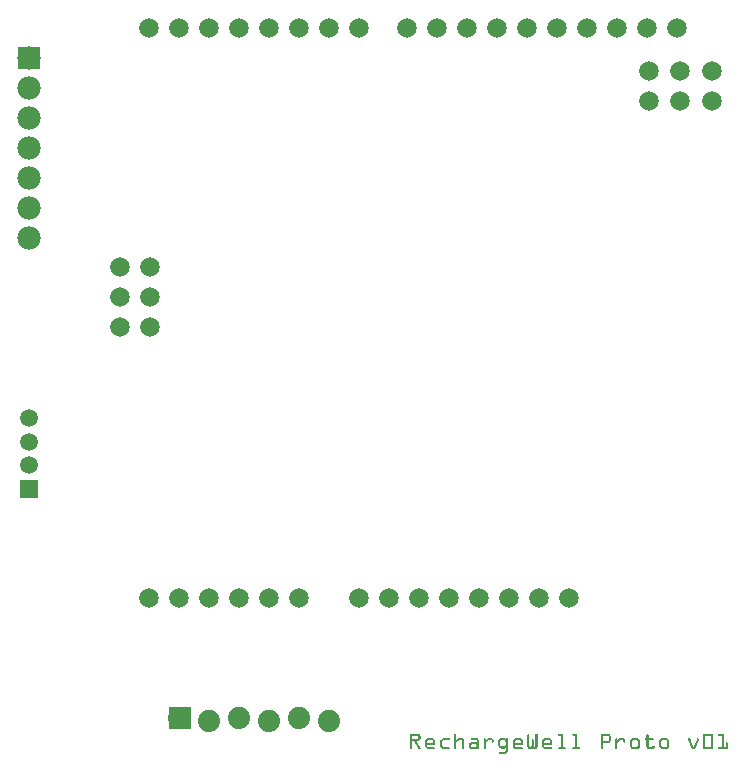
<source format=gtl>
G04 MADE WITH FRITZING*
G04 WWW.FRITZING.ORG*
G04 DOUBLE SIDED*
G04 HOLES PLATED*
G04 CONTOUR ON CENTER OF CONTOUR VECTOR*
%ASAXBY*%
%FSLAX23Y23*%
%MOIN*%
%OFA0B0*%
%SFA1.0B1.0*%
%ADD10C,0.074000*%
%ADD11C,0.059200*%
%ADD12C,0.078000*%
%ADD13C,0.065278*%
%ADD14R,0.059200X0.059200*%
%ADD15R,0.078000X0.078000*%
%ADD16R,0.001000X0.001000*%
%LNCOPPER1*%
G90*
G70*
G54D10*
X722Y145D03*
X822Y135D03*
X922Y145D03*
X1022Y135D03*
X1122Y145D03*
X1222Y135D03*
X722Y145D03*
X822Y135D03*
X922Y145D03*
X1022Y135D03*
X1122Y145D03*
X1222Y135D03*
G54D11*
X222Y908D03*
X222Y1145D03*
X222Y1066D03*
X222Y987D03*
G54D12*
X222Y2345D03*
X222Y2245D03*
X222Y2145D03*
X222Y2045D03*
X222Y1945D03*
X222Y1845D03*
X222Y1745D03*
G54D13*
X1022Y545D03*
X922Y545D03*
X822Y545D03*
X722Y545D03*
X622Y545D03*
X1482Y2445D03*
X1582Y2445D03*
X1682Y2445D03*
X1782Y2445D03*
X1882Y2445D03*
X1982Y2445D03*
X2082Y2445D03*
X2182Y2445D03*
X2282Y2445D03*
X2382Y2445D03*
X622Y2445D03*
X722Y2445D03*
X822Y2445D03*
X922Y2445D03*
X1022Y2445D03*
X1122Y2445D03*
X1222Y2445D03*
X1322Y2445D03*
X1922Y545D03*
X2022Y545D03*
X1822Y545D03*
X1722Y545D03*
X1622Y545D03*
X1522Y545D03*
X1422Y545D03*
X1322Y545D03*
X1122Y545D03*
X524Y1647D03*
X624Y1647D03*
X524Y1548D03*
X624Y1548D03*
X524Y1449D03*
X624Y1449D03*
X2392Y2302D03*
X2392Y2202D03*
X2288Y2302D03*
X2288Y2202D03*
X2496Y2302D03*
X2496Y2202D03*
X1022Y545D03*
X922Y545D03*
X822Y545D03*
X722Y545D03*
X622Y545D03*
X1482Y2445D03*
X1582Y2445D03*
X1682Y2445D03*
X1782Y2445D03*
X1882Y2445D03*
X1982Y2445D03*
X2082Y2445D03*
X2182Y2445D03*
X2282Y2445D03*
X2382Y2445D03*
X622Y2445D03*
X722Y2445D03*
X822Y2445D03*
X922Y2445D03*
X1022Y2445D03*
X1122Y2445D03*
X1222Y2445D03*
X1322Y2445D03*
X1922Y545D03*
X2022Y545D03*
X1822Y545D03*
X1722Y545D03*
X1622Y545D03*
X1522Y545D03*
X1422Y545D03*
X1322Y545D03*
X1122Y545D03*
X524Y1647D03*
X624Y1647D03*
X524Y1548D03*
X624Y1548D03*
X524Y1449D03*
X624Y1449D03*
X2392Y2302D03*
X2392Y2202D03*
X2288Y2302D03*
X2288Y2202D03*
X2496Y2302D03*
X2496Y2202D03*
G54D14*
X222Y908D03*
G54D15*
X222Y2345D03*
G54D16*
X687Y182D02*
X759Y182D01*
X686Y181D02*
X759Y181D01*
X686Y180D02*
X759Y180D01*
X686Y179D02*
X759Y179D01*
X686Y178D02*
X759Y178D01*
X686Y177D02*
X759Y177D01*
X686Y176D02*
X759Y176D01*
X686Y175D02*
X759Y175D01*
X686Y174D02*
X759Y174D01*
X686Y173D02*
X759Y173D01*
X686Y172D02*
X759Y172D01*
X686Y171D02*
X759Y171D01*
X686Y170D02*
X759Y170D01*
X686Y169D02*
X759Y169D01*
X686Y168D02*
X759Y168D01*
X686Y167D02*
X759Y167D01*
X686Y166D02*
X759Y166D01*
X686Y165D02*
X721Y165D01*
X725Y165D02*
X759Y165D01*
X686Y164D02*
X716Y164D01*
X730Y164D02*
X759Y164D01*
X686Y163D02*
X713Y163D01*
X732Y163D02*
X759Y163D01*
X686Y162D02*
X712Y162D01*
X734Y162D02*
X759Y162D01*
X686Y161D02*
X710Y161D01*
X735Y161D02*
X759Y161D01*
X686Y160D02*
X709Y160D01*
X737Y160D02*
X759Y160D01*
X686Y159D02*
X708Y159D01*
X738Y159D02*
X759Y159D01*
X686Y158D02*
X707Y158D01*
X738Y158D02*
X759Y158D01*
X686Y157D02*
X706Y157D01*
X739Y157D02*
X759Y157D01*
X686Y156D02*
X706Y156D01*
X740Y156D02*
X759Y156D01*
X686Y155D02*
X705Y155D01*
X741Y155D02*
X759Y155D01*
X686Y154D02*
X704Y154D01*
X741Y154D02*
X759Y154D01*
X686Y153D02*
X704Y153D01*
X742Y153D02*
X759Y153D01*
X686Y152D02*
X704Y152D01*
X742Y152D02*
X759Y152D01*
X686Y151D02*
X703Y151D01*
X742Y151D02*
X759Y151D01*
X686Y150D02*
X703Y150D01*
X743Y150D02*
X759Y150D01*
X686Y149D02*
X703Y149D01*
X743Y149D02*
X759Y149D01*
X686Y148D02*
X703Y148D01*
X743Y148D02*
X759Y148D01*
X686Y147D02*
X702Y147D01*
X743Y147D02*
X759Y147D01*
X686Y146D02*
X702Y146D01*
X743Y146D02*
X759Y146D01*
X686Y145D02*
X702Y145D01*
X743Y145D02*
X759Y145D01*
X686Y144D02*
X702Y144D01*
X743Y144D02*
X759Y144D01*
X686Y143D02*
X703Y143D01*
X743Y143D02*
X759Y143D01*
X686Y142D02*
X703Y142D01*
X743Y142D02*
X759Y142D01*
X686Y141D02*
X703Y141D01*
X743Y141D02*
X759Y141D01*
X686Y140D02*
X703Y140D01*
X743Y140D02*
X759Y140D01*
X686Y139D02*
X703Y139D01*
X742Y139D02*
X759Y139D01*
X686Y138D02*
X704Y138D01*
X742Y138D02*
X759Y138D01*
X686Y137D02*
X704Y137D01*
X742Y137D02*
X759Y137D01*
X686Y136D02*
X705Y136D01*
X741Y136D02*
X759Y136D01*
X686Y135D02*
X705Y135D01*
X740Y135D02*
X759Y135D01*
X686Y134D02*
X706Y134D01*
X740Y134D02*
X759Y134D01*
X686Y133D02*
X707Y133D01*
X739Y133D02*
X759Y133D01*
X686Y132D02*
X707Y132D01*
X738Y132D02*
X759Y132D01*
X686Y131D02*
X708Y131D01*
X737Y131D02*
X759Y131D01*
X686Y130D02*
X709Y130D01*
X736Y130D02*
X759Y130D01*
X686Y129D02*
X711Y129D01*
X735Y129D02*
X759Y129D01*
X686Y128D02*
X712Y128D01*
X733Y128D02*
X759Y128D01*
X686Y127D02*
X714Y127D01*
X732Y127D02*
X759Y127D01*
X686Y126D02*
X717Y126D01*
X729Y126D02*
X759Y126D01*
X686Y125D02*
X759Y125D01*
X686Y124D02*
X759Y124D01*
X686Y123D02*
X759Y123D01*
X686Y122D02*
X759Y122D01*
X686Y121D02*
X759Y121D01*
X686Y120D02*
X759Y120D01*
X686Y119D02*
X759Y119D01*
X686Y118D02*
X759Y118D01*
X686Y117D02*
X759Y117D01*
X686Y116D02*
X759Y116D01*
X686Y115D02*
X759Y115D01*
X686Y114D02*
X759Y114D01*
X686Y113D02*
X759Y113D01*
X686Y112D02*
X759Y112D01*
X686Y111D02*
X759Y111D01*
X686Y110D02*
X759Y110D01*
X686Y109D02*
X759Y109D01*
X1493Y93D02*
X1515Y93D01*
X1912Y93D02*
X1912Y93D01*
X1986Y93D02*
X1996Y93D01*
X2035Y93D02*
X2045Y93D01*
X2127Y93D02*
X2149Y93D01*
X2474Y93D02*
X2494Y93D01*
X2520Y93D02*
X2535Y93D01*
X1492Y92D02*
X1519Y92D01*
X1640Y92D02*
X1643Y92D01*
X1883Y92D02*
X1887Y92D01*
X1910Y92D02*
X1914Y92D01*
X1984Y92D02*
X1998Y92D01*
X2033Y92D02*
X2047Y92D01*
X2126Y92D02*
X2153Y92D01*
X2471Y92D02*
X2497Y92D01*
X2518Y92D02*
X2536Y92D01*
X1492Y91D02*
X1521Y91D01*
X1639Y91D02*
X1644Y91D01*
X1883Y91D02*
X1888Y91D01*
X1910Y91D02*
X1915Y91D01*
X1984Y91D02*
X1999Y91D01*
X2032Y91D02*
X2048Y91D01*
X2126Y91D02*
X2155Y91D01*
X2470Y91D02*
X2498Y91D01*
X2517Y91D02*
X2536Y91D01*
X1492Y90D02*
X1522Y90D01*
X1639Y90D02*
X1644Y90D01*
X1883Y90D02*
X1888Y90D01*
X1909Y90D02*
X1915Y90D01*
X1983Y90D02*
X1999Y90D01*
X2032Y90D02*
X2048Y90D01*
X2126Y90D02*
X2156Y90D01*
X2282Y90D02*
X2283Y90D01*
X2469Y90D02*
X2499Y90D01*
X2517Y90D02*
X2536Y90D01*
X1492Y89D02*
X1523Y89D01*
X1639Y89D02*
X1644Y89D01*
X1882Y89D02*
X1888Y89D01*
X1909Y89D02*
X1915Y89D01*
X1983Y89D02*
X1999Y89D01*
X2032Y89D02*
X2048Y89D01*
X2126Y89D02*
X2157Y89D01*
X2280Y89D02*
X2284Y89D01*
X2468Y89D02*
X2500Y89D01*
X2517Y89D02*
X2536Y89D01*
X1492Y88D02*
X1523Y88D01*
X1639Y88D02*
X1644Y88D01*
X1882Y88D02*
X1888Y88D01*
X1909Y88D02*
X1915Y88D01*
X1984Y88D02*
X1999Y88D01*
X2033Y88D02*
X2048Y88D01*
X2126Y88D02*
X2158Y88D01*
X2280Y88D02*
X2285Y88D01*
X2468Y88D02*
X2500Y88D01*
X2517Y88D02*
X2536Y88D01*
X1492Y87D02*
X1524Y87D01*
X1639Y87D02*
X1644Y87D01*
X1882Y87D02*
X1888Y87D01*
X1909Y87D02*
X1915Y87D01*
X1985Y87D02*
X1999Y87D01*
X2033Y87D02*
X2048Y87D01*
X2126Y87D02*
X2158Y87D01*
X2279Y87D02*
X2285Y87D01*
X2468Y87D02*
X2500Y87D01*
X2518Y87D02*
X2536Y87D01*
X1492Y86D02*
X1498Y86D01*
X1517Y86D02*
X1524Y86D01*
X1639Y86D02*
X1644Y86D01*
X1882Y86D02*
X1888Y86D01*
X1909Y86D02*
X1915Y86D01*
X1993Y86D02*
X1999Y86D01*
X2042Y86D02*
X2048Y86D01*
X2126Y86D02*
X2132Y86D01*
X2151Y86D02*
X2158Y86D01*
X2279Y86D02*
X2285Y86D01*
X2468Y86D02*
X2474Y86D01*
X2494Y86D02*
X2500Y86D01*
X2530Y86D02*
X2536Y86D01*
X1492Y85D02*
X1498Y85D01*
X1518Y85D02*
X1525Y85D01*
X1639Y85D02*
X1644Y85D01*
X1882Y85D02*
X1888Y85D01*
X1909Y85D02*
X1915Y85D01*
X1993Y85D02*
X1999Y85D01*
X2042Y85D02*
X2048Y85D01*
X2126Y85D02*
X2132Y85D01*
X2152Y85D02*
X2159Y85D01*
X2279Y85D02*
X2285Y85D01*
X2468Y85D02*
X2474Y85D01*
X2495Y85D02*
X2500Y85D01*
X2530Y85D02*
X2536Y85D01*
X1492Y84D02*
X1498Y84D01*
X1519Y84D02*
X1525Y84D01*
X1639Y84D02*
X1644Y84D01*
X1882Y84D02*
X1888Y84D01*
X1909Y84D02*
X1915Y84D01*
X1993Y84D02*
X1999Y84D01*
X2042Y84D02*
X2048Y84D01*
X2126Y84D02*
X2132Y84D01*
X2153Y84D02*
X2159Y84D01*
X2279Y84D02*
X2285Y84D01*
X2468Y84D02*
X2474Y84D01*
X2495Y84D02*
X2500Y84D01*
X2530Y84D02*
X2536Y84D01*
X1492Y83D02*
X1498Y83D01*
X1519Y83D02*
X1525Y83D01*
X1639Y83D02*
X1644Y83D01*
X1882Y83D02*
X1888Y83D01*
X1909Y83D02*
X1915Y83D01*
X1993Y83D02*
X1999Y83D01*
X2042Y83D02*
X2048Y83D01*
X2126Y83D02*
X2132Y83D01*
X2153Y83D02*
X2159Y83D01*
X2279Y83D02*
X2285Y83D01*
X2468Y83D02*
X2474Y83D01*
X2495Y83D02*
X2500Y83D01*
X2530Y83D02*
X2536Y83D01*
X1492Y82D02*
X1498Y82D01*
X1519Y82D02*
X1525Y82D01*
X1639Y82D02*
X1644Y82D01*
X1882Y82D02*
X1888Y82D01*
X1909Y82D02*
X1915Y82D01*
X1993Y82D02*
X1999Y82D01*
X2042Y82D02*
X2048Y82D01*
X2126Y82D02*
X2132Y82D01*
X2153Y82D02*
X2159Y82D01*
X2279Y82D02*
X2285Y82D01*
X2468Y82D02*
X2474Y82D01*
X2495Y82D02*
X2500Y82D01*
X2530Y82D02*
X2536Y82D01*
X1492Y81D02*
X1498Y81D01*
X1519Y81D02*
X1525Y81D01*
X1639Y81D02*
X1644Y81D01*
X1882Y81D02*
X1888Y81D01*
X1909Y81D02*
X1915Y81D01*
X1993Y81D02*
X1999Y81D01*
X2042Y81D02*
X2048Y81D01*
X2126Y81D02*
X2132Y81D01*
X2153Y81D02*
X2159Y81D01*
X2279Y81D02*
X2285Y81D01*
X2468Y81D02*
X2474Y81D01*
X2495Y81D02*
X2500Y81D01*
X2530Y81D02*
X2536Y81D01*
X1492Y80D02*
X1498Y80D01*
X1519Y80D02*
X1525Y80D01*
X1639Y80D02*
X1644Y80D01*
X1882Y80D02*
X1888Y80D01*
X1909Y80D02*
X1915Y80D01*
X1993Y80D02*
X1999Y80D01*
X2042Y80D02*
X2048Y80D01*
X2126Y80D02*
X2132Y80D01*
X2153Y80D02*
X2159Y80D01*
X2279Y80D02*
X2285Y80D01*
X2468Y80D02*
X2474Y80D01*
X2495Y80D02*
X2500Y80D01*
X2530Y80D02*
X2536Y80D01*
X1492Y79D02*
X1498Y79D01*
X1519Y79D02*
X1525Y79D01*
X1639Y79D02*
X1644Y79D01*
X1882Y79D02*
X1888Y79D01*
X1909Y79D02*
X1915Y79D01*
X1993Y79D02*
X1999Y79D01*
X2042Y79D02*
X2048Y79D01*
X2126Y79D02*
X2132Y79D01*
X2153Y79D02*
X2159Y79D01*
X2279Y79D02*
X2285Y79D01*
X2468Y79D02*
X2474Y79D01*
X2495Y79D02*
X2500Y79D01*
X2530Y79D02*
X2536Y79D01*
X1492Y78D02*
X1498Y78D01*
X1519Y78D02*
X1525Y78D01*
X1550Y78D02*
X1565Y78D01*
X1602Y78D02*
X1621Y78D01*
X1639Y78D02*
X1644Y78D01*
X1654Y78D02*
X1664Y78D01*
X1695Y78D02*
X1713Y78D01*
X1737Y78D02*
X1741Y78D01*
X1751Y78D02*
X1762Y78D01*
X1794Y78D02*
X1805Y78D01*
X1813Y78D02*
X1816Y78D01*
X1842Y78D02*
X1858Y78D01*
X1882Y78D02*
X1888Y78D01*
X1909Y78D02*
X1915Y78D01*
X1940Y78D02*
X1955Y78D01*
X1993Y78D02*
X1999Y78D01*
X2042Y78D02*
X2048Y78D01*
X2126Y78D02*
X2132Y78D01*
X2153Y78D02*
X2159Y78D01*
X2176Y78D02*
X2180Y78D01*
X2190Y78D02*
X2201Y78D01*
X2233Y78D02*
X2248Y78D01*
X2274Y78D02*
X2300Y78D01*
X2330Y78D02*
X2345Y78D01*
X2420Y78D02*
X2423Y78D01*
X2447Y78D02*
X2450Y78D01*
X2468Y78D02*
X2474Y78D01*
X2495Y78D02*
X2500Y78D01*
X2530Y78D02*
X2536Y78D01*
X1492Y77D02*
X1498Y77D01*
X1518Y77D02*
X1525Y77D01*
X1548Y77D02*
X1567Y77D01*
X1600Y77D02*
X1622Y77D01*
X1639Y77D02*
X1644Y77D01*
X1652Y77D02*
X1666Y77D01*
X1695Y77D02*
X1715Y77D01*
X1737Y77D02*
X1741Y77D01*
X1750Y77D02*
X1764Y77D01*
X1792Y77D02*
X1807Y77D01*
X1812Y77D02*
X1817Y77D01*
X1841Y77D02*
X1859Y77D01*
X1882Y77D02*
X1888Y77D01*
X1909Y77D02*
X1915Y77D01*
X1938Y77D02*
X1957Y77D01*
X1993Y77D02*
X1999Y77D01*
X2042Y77D02*
X2048Y77D01*
X2126Y77D02*
X2132Y77D01*
X2153Y77D02*
X2159Y77D01*
X2176Y77D02*
X2180Y77D01*
X2189Y77D02*
X2203Y77D01*
X2231Y77D02*
X2249Y77D01*
X2273Y77D02*
X2301Y77D01*
X2328Y77D02*
X2347Y77D01*
X2419Y77D02*
X2424Y77D01*
X2446Y77D02*
X2451Y77D01*
X2468Y77D02*
X2474Y77D01*
X2495Y77D02*
X2500Y77D01*
X2530Y77D02*
X2536Y77D01*
X1492Y76D02*
X1498Y76D01*
X1516Y76D02*
X1524Y76D01*
X1547Y76D02*
X1568Y76D01*
X1598Y76D02*
X1622Y76D01*
X1639Y76D02*
X1644Y76D01*
X1650Y76D02*
X1667Y76D01*
X1694Y76D02*
X1716Y76D01*
X1736Y76D02*
X1742Y76D01*
X1748Y76D02*
X1765Y76D01*
X1791Y76D02*
X1809Y76D01*
X1812Y76D02*
X1817Y76D01*
X1839Y76D02*
X1861Y76D01*
X1882Y76D02*
X1888Y76D01*
X1909Y76D02*
X1915Y76D01*
X1937Y76D02*
X1958Y76D01*
X1993Y76D02*
X1999Y76D01*
X2042Y76D02*
X2048Y76D01*
X2126Y76D02*
X2132Y76D01*
X2153Y76D02*
X2159Y76D01*
X2175Y76D02*
X2181Y76D01*
X2187Y76D02*
X2204Y76D01*
X2230Y76D02*
X2251Y76D01*
X2273Y76D02*
X2302Y76D01*
X2327Y76D02*
X2348Y76D01*
X2419Y76D02*
X2425Y76D01*
X2446Y76D02*
X2451Y76D01*
X2468Y76D02*
X2474Y76D01*
X2495Y76D02*
X2500Y76D01*
X2530Y76D02*
X2536Y76D01*
X1492Y75D02*
X1524Y75D01*
X1545Y75D02*
X1569Y75D01*
X1597Y75D02*
X1622Y75D01*
X1639Y75D02*
X1644Y75D01*
X1648Y75D02*
X1668Y75D01*
X1694Y75D02*
X1717Y75D01*
X1736Y75D02*
X1742Y75D01*
X1747Y75D02*
X1766Y75D01*
X1789Y75D02*
X1810Y75D01*
X1812Y75D02*
X1818Y75D01*
X1838Y75D02*
X1862Y75D01*
X1882Y75D02*
X1888Y75D01*
X1897Y75D02*
X1900Y75D01*
X1909Y75D02*
X1915Y75D01*
X1936Y75D02*
X1959Y75D01*
X1993Y75D02*
X1999Y75D01*
X2042Y75D02*
X2048Y75D01*
X2126Y75D02*
X2132Y75D01*
X2153Y75D02*
X2159Y75D01*
X2175Y75D02*
X2181Y75D01*
X2186Y75D02*
X2205Y75D01*
X2228Y75D02*
X2252Y75D01*
X2273Y75D02*
X2302Y75D01*
X2326Y75D02*
X2350Y75D01*
X2419Y75D02*
X2425Y75D01*
X2446Y75D02*
X2452Y75D01*
X2468Y75D02*
X2474Y75D01*
X2495Y75D02*
X2500Y75D01*
X2530Y75D02*
X2536Y75D01*
X1492Y74D02*
X1523Y74D01*
X1544Y74D02*
X1570Y74D01*
X1596Y74D02*
X1622Y74D01*
X1639Y74D02*
X1644Y74D01*
X1647Y74D02*
X1669Y74D01*
X1694Y74D02*
X1718Y74D01*
X1736Y74D02*
X1742Y74D01*
X1746Y74D02*
X1767Y74D01*
X1788Y74D02*
X1818Y74D01*
X1837Y74D02*
X1863Y74D01*
X1882Y74D02*
X1888Y74D01*
X1896Y74D02*
X1901Y74D01*
X1909Y74D02*
X1915Y74D01*
X1935Y74D02*
X1960Y74D01*
X1993Y74D02*
X1999Y74D01*
X2042Y74D02*
X2048Y74D01*
X2126Y74D02*
X2132Y74D01*
X2153Y74D02*
X2159Y74D01*
X2175Y74D02*
X2181Y74D01*
X2185Y74D02*
X2206Y74D01*
X2227Y74D02*
X2253Y74D01*
X2273Y74D02*
X2302Y74D01*
X2325Y74D02*
X2351Y74D01*
X2419Y74D02*
X2425Y74D01*
X2446Y74D02*
X2452Y74D01*
X2468Y74D02*
X2474Y74D01*
X2495Y74D02*
X2500Y74D01*
X2530Y74D02*
X2536Y74D01*
X1492Y73D02*
X1523Y73D01*
X1543Y73D02*
X1571Y73D01*
X1595Y73D02*
X1621Y73D01*
X1639Y73D02*
X1669Y73D01*
X1695Y73D02*
X1718Y73D01*
X1736Y73D02*
X1742Y73D01*
X1745Y73D02*
X1768Y73D01*
X1787Y73D02*
X1818Y73D01*
X1836Y73D02*
X1864Y73D01*
X1882Y73D02*
X1888Y73D01*
X1896Y73D02*
X1902Y73D01*
X1909Y73D02*
X1915Y73D01*
X1934Y73D02*
X1961Y73D01*
X1993Y73D02*
X1999Y73D01*
X2042Y73D02*
X2048Y73D01*
X2126Y73D02*
X2132Y73D01*
X2153Y73D02*
X2159Y73D01*
X2175Y73D02*
X2181Y73D01*
X2184Y73D02*
X2207Y73D01*
X2226Y73D02*
X2254Y73D01*
X2274Y73D02*
X2301Y73D01*
X2324Y73D02*
X2352Y73D01*
X2419Y73D02*
X2425Y73D01*
X2446Y73D02*
X2452Y73D01*
X2468Y73D02*
X2474Y73D01*
X2495Y73D02*
X2500Y73D01*
X2530Y73D02*
X2536Y73D01*
X1492Y72D02*
X1522Y72D01*
X1543Y72D02*
X1572Y72D01*
X1594Y72D02*
X1619Y72D01*
X1639Y72D02*
X1670Y72D01*
X1697Y72D02*
X1718Y72D01*
X1736Y72D02*
X1742Y72D01*
X1744Y72D02*
X1768Y72D01*
X1786Y72D02*
X1818Y72D01*
X1835Y72D02*
X1865Y72D01*
X1882Y72D02*
X1888Y72D01*
X1896Y72D02*
X1902Y72D01*
X1909Y72D02*
X1915Y72D01*
X1933Y72D02*
X1962Y72D01*
X1993Y72D02*
X1999Y72D01*
X2042Y72D02*
X2048Y72D01*
X2126Y72D02*
X2132Y72D01*
X2153Y72D02*
X2159Y72D01*
X2175Y72D02*
X2181Y72D01*
X2183Y72D02*
X2207Y72D01*
X2226Y72D02*
X2255Y72D01*
X2276Y72D02*
X2299Y72D01*
X2323Y72D02*
X2352Y72D01*
X2419Y72D02*
X2425Y72D01*
X2446Y72D02*
X2452Y72D01*
X2468Y72D02*
X2474Y72D01*
X2495Y72D02*
X2500Y72D01*
X2530Y72D02*
X2536Y72D01*
X1492Y71D02*
X1520Y71D01*
X1542Y71D02*
X1550Y71D01*
X1565Y71D02*
X1573Y71D01*
X1593Y71D02*
X1602Y71D01*
X1639Y71D02*
X1654Y71D01*
X1663Y71D02*
X1670Y71D01*
X1712Y71D02*
X1719Y71D01*
X1736Y71D02*
X1752Y71D01*
X1762Y71D02*
X1768Y71D01*
X1786Y71D02*
X1794Y71D01*
X1805Y71D02*
X1818Y71D01*
X1835Y71D02*
X1843Y71D01*
X1857Y71D02*
X1865Y71D01*
X1882Y71D02*
X1888Y71D01*
X1896Y71D02*
X1902Y71D01*
X1909Y71D02*
X1915Y71D01*
X1932Y71D02*
X1940Y71D01*
X1955Y71D02*
X1963Y71D01*
X1993Y71D02*
X1999Y71D01*
X2042Y71D02*
X2048Y71D01*
X2126Y71D02*
X2132Y71D01*
X2153Y71D02*
X2159Y71D01*
X2175Y71D02*
X2191Y71D01*
X2201Y71D02*
X2207Y71D01*
X2225Y71D02*
X2233Y71D01*
X2247Y71D02*
X2255Y71D01*
X2279Y71D02*
X2285Y71D01*
X2323Y71D02*
X2331Y71D01*
X2345Y71D02*
X2353Y71D01*
X2419Y71D02*
X2425Y71D01*
X2446Y71D02*
X2452Y71D01*
X2468Y71D02*
X2474Y71D01*
X2495Y71D02*
X2500Y71D01*
X2530Y71D02*
X2536Y71D01*
X1492Y70D02*
X1519Y70D01*
X1542Y70D02*
X1549Y70D01*
X1566Y70D02*
X1573Y70D01*
X1592Y70D02*
X1601Y70D01*
X1639Y70D02*
X1652Y70D01*
X1664Y70D02*
X1670Y70D01*
X1713Y70D02*
X1719Y70D01*
X1736Y70D02*
X1751Y70D01*
X1763Y70D02*
X1769Y70D01*
X1785Y70D02*
X1793Y70D01*
X1806Y70D02*
X1818Y70D01*
X1834Y70D02*
X1842Y70D01*
X1859Y70D02*
X1866Y70D01*
X1882Y70D02*
X1888Y70D01*
X1896Y70D02*
X1902Y70D01*
X1909Y70D02*
X1915Y70D01*
X1932Y70D02*
X1939Y70D01*
X1956Y70D02*
X1963Y70D01*
X1993Y70D02*
X1999Y70D01*
X2042Y70D02*
X2048Y70D01*
X2126Y70D02*
X2132Y70D01*
X2153Y70D02*
X2159Y70D01*
X2175Y70D02*
X2190Y70D01*
X2202Y70D02*
X2208Y70D01*
X2225Y70D02*
X2232Y70D01*
X2249Y70D02*
X2256Y70D01*
X2279Y70D02*
X2285Y70D01*
X2322Y70D02*
X2329Y70D01*
X2346Y70D02*
X2353Y70D01*
X2419Y70D02*
X2425Y70D01*
X2446Y70D02*
X2452Y70D01*
X2468Y70D02*
X2474Y70D01*
X2495Y70D02*
X2500Y70D01*
X2530Y70D02*
X2536Y70D01*
X1492Y69D02*
X1498Y69D01*
X1503Y69D02*
X1511Y69D01*
X1541Y69D02*
X1548Y69D01*
X1567Y69D02*
X1573Y69D01*
X1591Y69D02*
X1600Y69D01*
X1639Y69D02*
X1651Y69D01*
X1664Y69D02*
X1670Y69D01*
X1713Y69D02*
X1719Y69D01*
X1736Y69D02*
X1750Y69D01*
X1763Y69D02*
X1769Y69D01*
X1785Y69D02*
X1792Y69D01*
X1807Y69D02*
X1818Y69D01*
X1834Y69D02*
X1841Y69D01*
X1859Y69D02*
X1866Y69D01*
X1882Y69D02*
X1888Y69D01*
X1896Y69D02*
X1902Y69D01*
X1909Y69D02*
X1915Y69D01*
X1932Y69D02*
X1938Y69D01*
X1957Y69D02*
X1964Y69D01*
X1993Y69D02*
X1999Y69D01*
X2042Y69D02*
X2048Y69D01*
X2126Y69D02*
X2132Y69D01*
X2153Y69D02*
X2159Y69D01*
X2175Y69D02*
X2189Y69D01*
X2202Y69D02*
X2208Y69D01*
X2224Y69D02*
X2231Y69D01*
X2250Y69D02*
X2256Y69D01*
X2279Y69D02*
X2285Y69D01*
X2322Y69D02*
X2328Y69D01*
X2347Y69D02*
X2354Y69D01*
X2419Y69D02*
X2425Y69D01*
X2445Y69D02*
X2451Y69D01*
X2468Y69D02*
X2474Y69D01*
X2495Y69D02*
X2500Y69D01*
X2530Y69D02*
X2536Y69D01*
X1492Y68D02*
X1498Y68D01*
X1504Y68D02*
X1511Y68D01*
X1541Y68D02*
X1547Y68D01*
X1567Y68D02*
X1573Y68D01*
X1591Y68D02*
X1599Y68D01*
X1639Y68D02*
X1649Y68D01*
X1665Y68D02*
X1670Y68D01*
X1713Y68D02*
X1719Y68D01*
X1736Y68D02*
X1749Y68D01*
X1763Y68D02*
X1769Y68D01*
X1785Y68D02*
X1791Y68D01*
X1808Y68D02*
X1818Y68D01*
X1834Y68D02*
X1840Y68D01*
X1860Y68D02*
X1866Y68D01*
X1882Y68D02*
X1888Y68D01*
X1896Y68D02*
X1902Y68D01*
X1909Y68D02*
X1915Y68D01*
X1931Y68D02*
X1937Y68D01*
X1958Y68D02*
X1964Y68D01*
X1993Y68D02*
X1999Y68D01*
X2042Y68D02*
X2048Y68D01*
X2126Y68D02*
X2132Y68D01*
X2152Y68D02*
X2159Y68D01*
X2175Y68D02*
X2188Y68D01*
X2202Y68D02*
X2208Y68D01*
X2224Y68D02*
X2230Y68D01*
X2250Y68D02*
X2256Y68D01*
X2279Y68D02*
X2285Y68D01*
X2322Y68D02*
X2328Y68D01*
X2348Y68D02*
X2354Y68D01*
X2419Y68D02*
X2426Y68D01*
X2445Y68D02*
X2451Y68D01*
X2468Y68D02*
X2474Y68D01*
X2495Y68D02*
X2500Y68D01*
X2530Y68D02*
X2536Y68D01*
X1492Y67D02*
X1498Y67D01*
X1505Y67D02*
X1512Y67D01*
X1541Y67D02*
X1547Y67D01*
X1568Y67D02*
X1574Y67D01*
X1590Y67D02*
X1598Y67D01*
X1639Y67D02*
X1648Y67D01*
X1665Y67D02*
X1670Y67D01*
X1713Y67D02*
X1719Y67D01*
X1736Y67D02*
X1747Y67D01*
X1763Y67D02*
X1769Y67D01*
X1785Y67D02*
X1791Y67D01*
X1809Y67D02*
X1818Y67D01*
X1834Y67D02*
X1840Y67D01*
X1860Y67D02*
X1866Y67D01*
X1882Y67D02*
X1888Y67D01*
X1896Y67D02*
X1902Y67D01*
X1909Y67D02*
X1915Y67D01*
X1931Y67D02*
X1937Y67D01*
X1958Y67D02*
X1964Y67D01*
X1993Y67D02*
X1999Y67D01*
X2042Y67D02*
X2048Y67D01*
X2126Y67D02*
X2158Y67D01*
X2175Y67D02*
X2186Y67D01*
X2202Y67D02*
X2208Y67D01*
X2224Y67D02*
X2230Y67D01*
X2251Y67D02*
X2256Y67D01*
X2279Y67D02*
X2285Y67D01*
X2322Y67D02*
X2327Y67D01*
X2348Y67D02*
X2354Y67D01*
X2420Y67D02*
X2426Y67D01*
X2444Y67D02*
X2451Y67D01*
X2468Y67D02*
X2474Y67D01*
X2495Y67D02*
X2500Y67D01*
X2530Y67D02*
X2536Y67D01*
X1492Y66D02*
X1498Y66D01*
X1505Y66D02*
X1512Y66D01*
X1541Y66D02*
X1547Y66D01*
X1568Y66D02*
X1574Y66D01*
X1590Y66D02*
X1597Y66D01*
X1639Y66D02*
X1646Y66D01*
X1665Y66D02*
X1670Y66D01*
X1713Y66D02*
X1719Y66D01*
X1736Y66D02*
X1746Y66D01*
X1763Y66D02*
X1769Y66D01*
X1785Y66D02*
X1791Y66D01*
X1811Y66D02*
X1818Y66D01*
X1834Y66D02*
X1840Y66D01*
X1860Y66D02*
X1866Y66D01*
X1882Y66D02*
X1888Y66D01*
X1896Y66D02*
X1902Y66D01*
X1909Y66D02*
X1915Y66D01*
X1931Y66D02*
X1937Y66D01*
X1958Y66D02*
X1964Y66D01*
X1993Y66D02*
X1999Y66D01*
X2042Y66D02*
X2048Y66D01*
X2126Y66D02*
X2158Y66D01*
X2175Y66D02*
X2185Y66D01*
X2202Y66D02*
X2208Y66D01*
X2224Y66D02*
X2230Y66D01*
X2251Y66D02*
X2257Y66D01*
X2279Y66D02*
X2285Y66D01*
X2321Y66D02*
X2327Y66D01*
X2348Y66D02*
X2354Y66D01*
X2420Y66D02*
X2427Y66D01*
X2444Y66D02*
X2450Y66D01*
X2468Y66D02*
X2474Y66D01*
X2495Y66D02*
X2500Y66D01*
X2530Y66D02*
X2536Y66D01*
X1492Y65D02*
X1498Y65D01*
X1506Y65D02*
X1513Y65D01*
X1541Y65D02*
X1547Y65D01*
X1568Y65D02*
X1574Y65D01*
X1590Y65D02*
X1596Y65D01*
X1639Y65D02*
X1645Y65D01*
X1665Y65D02*
X1670Y65D01*
X1713Y65D02*
X1719Y65D01*
X1736Y65D02*
X1745Y65D01*
X1763Y65D02*
X1768Y65D01*
X1785Y65D02*
X1791Y65D01*
X1811Y65D02*
X1818Y65D01*
X1834Y65D02*
X1840Y65D01*
X1860Y65D02*
X1866Y65D01*
X1882Y65D02*
X1888Y65D01*
X1896Y65D02*
X1902Y65D01*
X1909Y65D02*
X1915Y65D01*
X1931Y65D02*
X1937Y65D01*
X1958Y65D02*
X1964Y65D01*
X1993Y65D02*
X1999Y65D01*
X2042Y65D02*
X2048Y65D01*
X2126Y65D02*
X2157Y65D01*
X2175Y65D02*
X2184Y65D01*
X2202Y65D02*
X2207Y65D01*
X2224Y65D02*
X2230Y65D01*
X2251Y65D02*
X2257Y65D01*
X2279Y65D02*
X2285Y65D01*
X2321Y65D02*
X2327Y65D01*
X2348Y65D02*
X2354Y65D01*
X2421Y65D02*
X2427Y65D01*
X2443Y65D02*
X2450Y65D01*
X2468Y65D02*
X2474Y65D01*
X2495Y65D02*
X2500Y65D01*
X2530Y65D02*
X2536Y65D01*
X1492Y64D02*
X1498Y64D01*
X1507Y64D02*
X1514Y64D01*
X1541Y64D02*
X1547Y64D01*
X1568Y64D02*
X1574Y64D01*
X1590Y64D02*
X1596Y64D01*
X1639Y64D02*
X1644Y64D01*
X1665Y64D02*
X1670Y64D01*
X1694Y64D02*
X1719Y64D01*
X1736Y64D02*
X1744Y64D01*
X1764Y64D02*
X1767Y64D01*
X1785Y64D02*
X1791Y64D01*
X1812Y64D02*
X1818Y64D01*
X1834Y64D02*
X1840Y64D01*
X1860Y64D02*
X1866Y64D01*
X1882Y64D02*
X1888Y64D01*
X1896Y64D02*
X1902Y64D01*
X1909Y64D02*
X1915Y64D01*
X1931Y64D02*
X1937Y64D01*
X1958Y64D02*
X1964Y64D01*
X1993Y64D02*
X1999Y64D01*
X2042Y64D02*
X2048Y64D01*
X2126Y64D02*
X2156Y64D01*
X2175Y64D02*
X2183Y64D01*
X2203Y64D02*
X2206Y64D01*
X2224Y64D02*
X2230Y64D01*
X2251Y64D02*
X2257Y64D01*
X2279Y64D02*
X2285Y64D01*
X2321Y64D02*
X2327Y64D01*
X2348Y64D02*
X2354Y64D01*
X2421Y64D02*
X2428Y64D01*
X2443Y64D02*
X2449Y64D01*
X2468Y64D02*
X2474Y64D01*
X2495Y64D02*
X2500Y64D01*
X2530Y64D02*
X2536Y64D01*
X2545Y64D02*
X2547Y64D01*
X1492Y63D02*
X1498Y63D01*
X1507Y63D02*
X1514Y63D01*
X1541Y63D02*
X1547Y63D01*
X1568Y63D02*
X1574Y63D01*
X1590Y63D02*
X1596Y63D01*
X1639Y63D02*
X1644Y63D01*
X1665Y63D02*
X1670Y63D01*
X1692Y63D02*
X1719Y63D01*
X1736Y63D02*
X1743Y63D01*
X1785Y63D02*
X1791Y63D01*
X1812Y63D02*
X1818Y63D01*
X1834Y63D02*
X1840Y63D01*
X1860Y63D02*
X1866Y63D01*
X1882Y63D02*
X1888Y63D01*
X1896Y63D02*
X1902Y63D01*
X1909Y63D02*
X1915Y63D01*
X1931Y63D02*
X1937Y63D01*
X1958Y63D02*
X1964Y63D01*
X1993Y63D02*
X1999Y63D01*
X2042Y63D02*
X2048Y63D01*
X2126Y63D02*
X2155Y63D01*
X2175Y63D02*
X2182Y63D01*
X2224Y63D02*
X2230Y63D01*
X2251Y63D02*
X2257Y63D01*
X2279Y63D02*
X2285Y63D01*
X2321Y63D02*
X2327Y63D01*
X2348Y63D02*
X2354Y63D01*
X2422Y63D02*
X2428Y63D01*
X2443Y63D02*
X2449Y63D01*
X2468Y63D02*
X2474Y63D01*
X2495Y63D02*
X2500Y63D01*
X2530Y63D02*
X2536Y63D01*
X2544Y63D02*
X2548Y63D01*
X1492Y62D02*
X1498Y62D01*
X1508Y62D02*
X1515Y62D01*
X1541Y62D02*
X1547Y62D01*
X1568Y62D02*
X1574Y62D01*
X1590Y62D02*
X1596Y62D01*
X1639Y62D02*
X1644Y62D01*
X1665Y62D02*
X1671Y62D01*
X1691Y62D02*
X1719Y62D01*
X1736Y62D02*
X1742Y62D01*
X1785Y62D02*
X1791Y62D01*
X1812Y62D02*
X1818Y62D01*
X1834Y62D02*
X1840Y62D01*
X1860Y62D02*
X1866Y62D01*
X1882Y62D02*
X1888Y62D01*
X1896Y62D02*
X1902Y62D01*
X1909Y62D02*
X1915Y62D01*
X1931Y62D02*
X1937Y62D01*
X1958Y62D02*
X1964Y62D01*
X1993Y62D02*
X1999Y62D01*
X2042Y62D02*
X2048Y62D01*
X2126Y62D02*
X2154Y62D01*
X2175Y62D02*
X2181Y62D01*
X2224Y62D02*
X2230Y62D01*
X2251Y62D02*
X2257Y62D01*
X2279Y62D02*
X2285Y62D01*
X2321Y62D02*
X2327Y62D01*
X2348Y62D02*
X2354Y62D01*
X2422Y62D02*
X2428Y62D01*
X2442Y62D02*
X2449Y62D01*
X2468Y62D02*
X2474Y62D01*
X2495Y62D02*
X2500Y62D01*
X2530Y62D02*
X2536Y62D01*
X2544Y62D02*
X2549Y62D01*
X1492Y61D02*
X1498Y61D01*
X1508Y61D02*
X1515Y61D01*
X1541Y61D02*
X1574Y61D01*
X1590Y61D02*
X1596Y61D01*
X1639Y61D02*
X1644Y61D01*
X1665Y61D02*
X1671Y61D01*
X1690Y61D02*
X1719Y61D01*
X1736Y61D02*
X1742Y61D01*
X1785Y61D02*
X1791Y61D01*
X1812Y61D02*
X1818Y61D01*
X1834Y61D02*
X1866Y61D01*
X1882Y61D02*
X1888Y61D01*
X1896Y61D02*
X1902Y61D01*
X1909Y61D02*
X1915Y61D01*
X1931Y61D02*
X1964Y61D01*
X1993Y61D02*
X1999Y61D01*
X2042Y61D02*
X2048Y61D01*
X2126Y61D02*
X2152Y61D01*
X2175Y61D02*
X2181Y61D01*
X2224Y61D02*
X2230Y61D01*
X2251Y61D02*
X2257Y61D01*
X2279Y61D02*
X2285Y61D01*
X2321Y61D02*
X2327Y61D01*
X2348Y61D02*
X2354Y61D01*
X2422Y61D02*
X2429Y61D01*
X2442Y61D02*
X2448Y61D01*
X2468Y61D02*
X2474Y61D01*
X2495Y61D02*
X2500Y61D01*
X2530Y61D02*
X2536Y61D01*
X2543Y61D02*
X2549Y61D01*
X1492Y60D02*
X1498Y60D01*
X1509Y60D02*
X1516Y60D01*
X1541Y60D02*
X1574Y60D01*
X1590Y60D02*
X1596Y60D01*
X1639Y60D02*
X1644Y60D01*
X1665Y60D02*
X1671Y60D01*
X1689Y60D02*
X1719Y60D01*
X1736Y60D02*
X1742Y60D01*
X1785Y60D02*
X1791Y60D01*
X1812Y60D02*
X1818Y60D01*
X1834Y60D02*
X1866Y60D01*
X1882Y60D02*
X1888Y60D01*
X1896Y60D02*
X1902Y60D01*
X1909Y60D02*
X1915Y60D01*
X1931Y60D02*
X1964Y60D01*
X1993Y60D02*
X1999Y60D01*
X2042Y60D02*
X2048Y60D01*
X2126Y60D02*
X2132Y60D01*
X2175Y60D02*
X2181Y60D01*
X2224Y60D02*
X2230Y60D01*
X2251Y60D02*
X2257Y60D01*
X2279Y60D02*
X2285Y60D01*
X2321Y60D02*
X2327Y60D01*
X2348Y60D02*
X2354Y60D01*
X2423Y60D02*
X2429Y60D01*
X2441Y60D02*
X2448Y60D01*
X2468Y60D02*
X2474Y60D01*
X2495Y60D02*
X2500Y60D01*
X2530Y60D02*
X2536Y60D01*
X2543Y60D02*
X2549Y60D01*
X1492Y59D02*
X1498Y59D01*
X1510Y59D02*
X1517Y59D01*
X1541Y59D02*
X1574Y59D01*
X1590Y59D02*
X1596Y59D01*
X1639Y59D02*
X1644Y59D01*
X1665Y59D02*
X1671Y59D01*
X1689Y59D02*
X1719Y59D01*
X1736Y59D02*
X1742Y59D01*
X1785Y59D02*
X1791Y59D01*
X1812Y59D02*
X1818Y59D01*
X1834Y59D02*
X1866Y59D01*
X1882Y59D02*
X1888Y59D01*
X1896Y59D02*
X1902Y59D01*
X1909Y59D02*
X1915Y59D01*
X1931Y59D02*
X1964Y59D01*
X1993Y59D02*
X1999Y59D01*
X2042Y59D02*
X2048Y59D01*
X2126Y59D02*
X2132Y59D01*
X2175Y59D02*
X2181Y59D01*
X2224Y59D02*
X2230Y59D01*
X2251Y59D02*
X2257Y59D01*
X2279Y59D02*
X2285Y59D01*
X2321Y59D02*
X2327Y59D01*
X2348Y59D02*
X2354Y59D01*
X2423Y59D02*
X2430Y59D01*
X2441Y59D02*
X2447Y59D01*
X2468Y59D02*
X2474Y59D01*
X2495Y59D02*
X2500Y59D01*
X2530Y59D02*
X2536Y59D01*
X2543Y59D02*
X2549Y59D01*
X1492Y58D02*
X1498Y58D01*
X1510Y58D02*
X1517Y58D01*
X1541Y58D02*
X1574Y58D01*
X1590Y58D02*
X1596Y58D01*
X1639Y58D02*
X1644Y58D01*
X1665Y58D02*
X1671Y58D01*
X1688Y58D02*
X1719Y58D01*
X1736Y58D02*
X1742Y58D01*
X1785Y58D02*
X1791Y58D01*
X1812Y58D02*
X1818Y58D01*
X1834Y58D02*
X1866Y58D01*
X1882Y58D02*
X1888Y58D01*
X1896Y58D02*
X1902Y58D01*
X1909Y58D02*
X1915Y58D01*
X1931Y58D02*
X1964Y58D01*
X1993Y58D02*
X1999Y58D01*
X2042Y58D02*
X2048Y58D01*
X2126Y58D02*
X2132Y58D01*
X2175Y58D02*
X2181Y58D01*
X2224Y58D02*
X2230Y58D01*
X2251Y58D02*
X2257Y58D01*
X2279Y58D02*
X2285Y58D01*
X2321Y58D02*
X2327Y58D01*
X2348Y58D02*
X2354Y58D01*
X2424Y58D02*
X2430Y58D01*
X2440Y58D02*
X2447Y58D01*
X2468Y58D02*
X2474Y58D01*
X2495Y58D02*
X2500Y58D01*
X2530Y58D02*
X2536Y58D01*
X2543Y58D02*
X2549Y58D01*
X1492Y57D02*
X1498Y57D01*
X1511Y57D02*
X1518Y57D01*
X1541Y57D02*
X1573Y57D01*
X1590Y57D02*
X1596Y57D01*
X1639Y57D02*
X1644Y57D01*
X1665Y57D02*
X1671Y57D01*
X1688Y57D02*
X1695Y57D01*
X1712Y57D02*
X1719Y57D01*
X1736Y57D02*
X1742Y57D01*
X1785Y57D02*
X1791Y57D01*
X1811Y57D02*
X1818Y57D01*
X1834Y57D02*
X1866Y57D01*
X1882Y57D02*
X1888Y57D01*
X1896Y57D02*
X1902Y57D01*
X1909Y57D02*
X1915Y57D01*
X1931Y57D02*
X1964Y57D01*
X1993Y57D02*
X1999Y57D01*
X2042Y57D02*
X2048Y57D01*
X2126Y57D02*
X2132Y57D01*
X2175Y57D02*
X2181Y57D01*
X2224Y57D02*
X2230Y57D01*
X2251Y57D02*
X2257Y57D01*
X2279Y57D02*
X2285Y57D01*
X2321Y57D02*
X2327Y57D01*
X2348Y57D02*
X2354Y57D01*
X2424Y57D02*
X2431Y57D01*
X2440Y57D02*
X2446Y57D01*
X2468Y57D02*
X2474Y57D01*
X2495Y57D02*
X2500Y57D01*
X2530Y57D02*
X2536Y57D01*
X2543Y57D02*
X2549Y57D01*
X1492Y56D02*
X1498Y56D01*
X1511Y56D02*
X1518Y56D01*
X1541Y56D02*
X1573Y56D01*
X1590Y56D02*
X1596Y56D01*
X1639Y56D02*
X1644Y56D01*
X1665Y56D02*
X1671Y56D01*
X1688Y56D02*
X1694Y56D01*
X1713Y56D02*
X1720Y56D01*
X1736Y56D02*
X1742Y56D01*
X1785Y56D02*
X1791Y56D01*
X1811Y56D02*
X1818Y56D01*
X1834Y56D02*
X1865Y56D01*
X1882Y56D02*
X1888Y56D01*
X1896Y56D02*
X1902Y56D01*
X1909Y56D02*
X1915Y56D01*
X1931Y56D02*
X1963Y56D01*
X1993Y56D02*
X1999Y56D01*
X2042Y56D02*
X2048Y56D01*
X2126Y56D02*
X2132Y56D01*
X2175Y56D02*
X2181Y56D01*
X2224Y56D02*
X2230Y56D01*
X2251Y56D02*
X2257Y56D01*
X2279Y56D02*
X2285Y56D01*
X2321Y56D02*
X2327Y56D01*
X2348Y56D02*
X2354Y56D01*
X2425Y56D02*
X2431Y56D01*
X2439Y56D02*
X2446Y56D01*
X2468Y56D02*
X2474Y56D01*
X2495Y56D02*
X2500Y56D01*
X2530Y56D02*
X2536Y56D01*
X2543Y56D02*
X2549Y56D01*
X1492Y55D02*
X1498Y55D01*
X1512Y55D02*
X1519Y55D01*
X1541Y55D02*
X1571Y55D01*
X1590Y55D02*
X1596Y55D01*
X1639Y55D02*
X1644Y55D01*
X1665Y55D02*
X1671Y55D01*
X1687Y55D02*
X1693Y55D01*
X1714Y55D02*
X1720Y55D01*
X1736Y55D02*
X1742Y55D01*
X1785Y55D02*
X1791Y55D01*
X1809Y55D02*
X1818Y55D01*
X1834Y55D02*
X1864Y55D01*
X1882Y55D02*
X1888Y55D01*
X1896Y55D02*
X1902Y55D01*
X1909Y55D02*
X1915Y55D01*
X1931Y55D02*
X1962Y55D01*
X1993Y55D02*
X1999Y55D01*
X2042Y55D02*
X2048Y55D01*
X2126Y55D02*
X2132Y55D01*
X2175Y55D02*
X2181Y55D01*
X2224Y55D02*
X2230Y55D01*
X2251Y55D02*
X2257Y55D01*
X2279Y55D02*
X2285Y55D01*
X2321Y55D02*
X2327Y55D01*
X2348Y55D02*
X2354Y55D01*
X2425Y55D02*
X2431Y55D01*
X2439Y55D02*
X2445Y55D01*
X2468Y55D02*
X2474Y55D01*
X2495Y55D02*
X2500Y55D01*
X2530Y55D02*
X2536Y55D01*
X2543Y55D02*
X2549Y55D01*
X1492Y54D02*
X1498Y54D01*
X1513Y54D02*
X1519Y54D01*
X1541Y54D02*
X1547Y54D01*
X1590Y54D02*
X1596Y54D01*
X1639Y54D02*
X1644Y54D01*
X1665Y54D02*
X1671Y54D01*
X1687Y54D02*
X1693Y54D01*
X1714Y54D02*
X1720Y54D01*
X1736Y54D02*
X1742Y54D01*
X1785Y54D02*
X1791Y54D01*
X1808Y54D02*
X1818Y54D01*
X1834Y54D02*
X1840Y54D01*
X1882Y54D02*
X1888Y54D01*
X1896Y54D02*
X1902Y54D01*
X1909Y54D02*
X1915Y54D01*
X1931Y54D02*
X1937Y54D01*
X1993Y54D02*
X1999Y54D01*
X2042Y54D02*
X2048Y54D01*
X2126Y54D02*
X2132Y54D01*
X2175Y54D02*
X2181Y54D01*
X2224Y54D02*
X2230Y54D01*
X2251Y54D02*
X2257Y54D01*
X2279Y54D02*
X2285Y54D01*
X2321Y54D02*
X2327Y54D01*
X2348Y54D02*
X2354Y54D01*
X2425Y54D02*
X2432Y54D01*
X2439Y54D02*
X2445Y54D01*
X2468Y54D02*
X2474Y54D01*
X2495Y54D02*
X2500Y54D01*
X2530Y54D02*
X2536Y54D01*
X2543Y54D02*
X2549Y54D01*
X1492Y53D02*
X1498Y53D01*
X1513Y53D02*
X1520Y53D01*
X1541Y53D02*
X1547Y53D01*
X1590Y53D02*
X1597Y53D01*
X1639Y53D02*
X1644Y53D01*
X1665Y53D02*
X1671Y53D01*
X1687Y53D02*
X1693Y53D01*
X1714Y53D02*
X1720Y53D01*
X1736Y53D02*
X1742Y53D01*
X1785Y53D02*
X1792Y53D01*
X1807Y53D02*
X1818Y53D01*
X1834Y53D02*
X1840Y53D01*
X1882Y53D02*
X1888Y53D01*
X1896Y53D02*
X1902Y53D01*
X1909Y53D02*
X1915Y53D01*
X1931Y53D02*
X1937Y53D01*
X1993Y53D02*
X1999Y53D01*
X2042Y53D02*
X2048Y53D01*
X2126Y53D02*
X2132Y53D01*
X2175Y53D02*
X2181Y53D01*
X2224Y53D02*
X2230Y53D01*
X2251Y53D02*
X2257Y53D01*
X2279Y53D02*
X2285Y53D01*
X2321Y53D02*
X2327Y53D01*
X2348Y53D02*
X2354Y53D01*
X2426Y53D02*
X2432Y53D01*
X2438Y53D02*
X2445Y53D01*
X2468Y53D02*
X2474Y53D01*
X2495Y53D02*
X2500Y53D01*
X2530Y53D02*
X2536Y53D01*
X2543Y53D02*
X2549Y53D01*
X1492Y52D02*
X1498Y52D01*
X1514Y52D02*
X1521Y52D01*
X1541Y52D02*
X1547Y52D01*
X1590Y52D02*
X1598Y52D01*
X1639Y52D02*
X1644Y52D01*
X1665Y52D02*
X1671Y52D01*
X1687Y52D02*
X1693Y52D01*
X1714Y52D02*
X1720Y52D01*
X1736Y52D02*
X1742Y52D01*
X1786Y52D02*
X1793Y52D01*
X1806Y52D02*
X1818Y52D01*
X1834Y52D02*
X1840Y52D01*
X1882Y52D02*
X1888Y52D01*
X1896Y52D02*
X1902Y52D01*
X1909Y52D02*
X1915Y52D01*
X1931Y52D02*
X1937Y52D01*
X1993Y52D02*
X1999Y52D01*
X2042Y52D02*
X2048Y52D01*
X2126Y52D02*
X2132Y52D01*
X2175Y52D02*
X2181Y52D01*
X2224Y52D02*
X2230Y52D01*
X2251Y52D02*
X2256Y52D01*
X2279Y52D02*
X2285Y52D01*
X2301Y52D02*
X2304Y52D01*
X2322Y52D02*
X2327Y52D01*
X2348Y52D02*
X2354Y52D01*
X2426Y52D02*
X2433Y52D01*
X2438Y52D02*
X2444Y52D01*
X2468Y52D02*
X2474Y52D01*
X2495Y52D02*
X2500Y52D01*
X2530Y52D02*
X2536Y52D01*
X2543Y52D02*
X2549Y52D01*
X1492Y51D02*
X1498Y51D01*
X1514Y51D02*
X1521Y51D01*
X1541Y51D02*
X1547Y51D01*
X1591Y51D02*
X1599Y51D01*
X1639Y51D02*
X1644Y51D01*
X1665Y51D02*
X1671Y51D01*
X1687Y51D02*
X1693Y51D01*
X1713Y51D02*
X1720Y51D01*
X1736Y51D02*
X1742Y51D01*
X1786Y51D02*
X1794Y51D01*
X1805Y51D02*
X1818Y51D01*
X1834Y51D02*
X1840Y51D01*
X1882Y51D02*
X1888Y51D01*
X1896Y51D02*
X1902Y51D01*
X1909Y51D02*
X1915Y51D01*
X1931Y51D02*
X1938Y51D01*
X1993Y51D02*
X1999Y51D01*
X2042Y51D02*
X2048Y51D01*
X2126Y51D02*
X2132Y51D01*
X2175Y51D02*
X2181Y51D01*
X2224Y51D02*
X2230Y51D01*
X2250Y51D02*
X2256Y51D01*
X2279Y51D02*
X2285Y51D01*
X2300Y51D02*
X2305Y51D01*
X2322Y51D02*
X2328Y51D01*
X2348Y51D02*
X2354Y51D01*
X2427Y51D02*
X2433Y51D01*
X2437Y51D02*
X2444Y51D01*
X2468Y51D02*
X2474Y51D01*
X2495Y51D02*
X2500Y51D01*
X2530Y51D02*
X2536Y51D01*
X2543Y51D02*
X2549Y51D01*
X1492Y50D02*
X1498Y50D01*
X1515Y50D02*
X1522Y50D01*
X1541Y50D02*
X1548Y50D01*
X1591Y50D02*
X1600Y50D01*
X1639Y50D02*
X1644Y50D01*
X1665Y50D02*
X1671Y50D01*
X1687Y50D02*
X1693Y50D01*
X1711Y50D02*
X1720Y50D01*
X1736Y50D02*
X1742Y50D01*
X1787Y50D02*
X1818Y50D01*
X1834Y50D02*
X1841Y50D01*
X1882Y50D02*
X1889Y50D01*
X1895Y50D02*
X1902Y50D01*
X1909Y50D02*
X1915Y50D01*
X1932Y50D02*
X1938Y50D01*
X1993Y50D02*
X1999Y50D01*
X2042Y50D02*
X2048Y50D01*
X2126Y50D02*
X2132Y50D01*
X2175Y50D02*
X2181Y50D01*
X2224Y50D02*
X2231Y50D01*
X2249Y50D02*
X2256Y50D01*
X2279Y50D02*
X2285Y50D01*
X2299Y50D02*
X2305Y50D01*
X2322Y50D02*
X2329Y50D01*
X2347Y50D02*
X2354Y50D01*
X2427Y50D02*
X2434Y50D01*
X2437Y50D02*
X2443Y50D01*
X2468Y50D02*
X2474Y50D01*
X2495Y50D02*
X2500Y50D01*
X2530Y50D02*
X2536Y50D01*
X2543Y50D02*
X2549Y50D01*
X1492Y49D02*
X1498Y49D01*
X1515Y49D02*
X1522Y49D01*
X1542Y49D02*
X1549Y49D01*
X1592Y49D02*
X1601Y49D01*
X1639Y49D02*
X1644Y49D01*
X1665Y49D02*
X1671Y49D01*
X1688Y49D02*
X1694Y49D01*
X1709Y49D02*
X1720Y49D01*
X1736Y49D02*
X1742Y49D01*
X1787Y49D02*
X1818Y49D01*
X1834Y49D02*
X1842Y49D01*
X1882Y49D02*
X1889Y49D01*
X1895Y49D02*
X1903Y49D01*
X1908Y49D02*
X1915Y49D01*
X1932Y49D02*
X1939Y49D01*
X1993Y49D02*
X1999Y49D01*
X2042Y49D02*
X2048Y49D01*
X2126Y49D02*
X2132Y49D01*
X2175Y49D02*
X2181Y49D01*
X2225Y49D02*
X2232Y49D01*
X2248Y49D02*
X2256Y49D01*
X2279Y49D02*
X2286Y49D01*
X2299Y49D02*
X2305Y49D01*
X2322Y49D02*
X2330Y49D01*
X2346Y49D02*
X2353Y49D01*
X2428Y49D02*
X2434Y49D01*
X2436Y49D02*
X2443Y49D01*
X2468Y49D02*
X2474Y49D01*
X2495Y49D02*
X2500Y49D01*
X2530Y49D02*
X2536Y49D01*
X2543Y49D02*
X2549Y49D01*
X1492Y48D02*
X1498Y48D01*
X1516Y48D02*
X1523Y48D01*
X1542Y48D02*
X1551Y48D01*
X1593Y48D02*
X1603Y48D01*
X1639Y48D02*
X1644Y48D01*
X1665Y48D02*
X1671Y48D01*
X1688Y48D02*
X1694Y48D01*
X1708Y48D02*
X1720Y48D01*
X1736Y48D02*
X1742Y48D01*
X1788Y48D02*
X1818Y48D01*
X1835Y48D02*
X1843Y48D01*
X1883Y48D02*
X1890Y48D01*
X1894Y48D02*
X1903Y48D01*
X1908Y48D02*
X1915Y48D01*
X1932Y48D02*
X1941Y48D01*
X1993Y48D02*
X1999Y48D01*
X2042Y48D02*
X2048Y48D01*
X2126Y48D02*
X2132Y48D01*
X2175Y48D02*
X2181Y48D01*
X2225Y48D02*
X2233Y48D01*
X2247Y48D02*
X2255Y48D01*
X2280Y48D02*
X2286Y48D01*
X2298Y48D02*
X2305Y48D01*
X2323Y48D02*
X2331Y48D01*
X2345Y48D02*
X2353Y48D01*
X2428Y48D02*
X2442Y48D01*
X2468Y48D02*
X2474Y48D01*
X2495Y48D02*
X2500Y48D01*
X2530Y48D02*
X2536Y48D01*
X2543Y48D02*
X2549Y48D01*
X1492Y47D02*
X1498Y47D01*
X1517Y47D02*
X1524Y47D01*
X1543Y47D02*
X1571Y47D01*
X1594Y47D02*
X1620Y47D01*
X1639Y47D02*
X1644Y47D01*
X1665Y47D02*
X1671Y47D01*
X1688Y47D02*
X1720Y47D01*
X1736Y47D02*
X1742Y47D01*
X1789Y47D02*
X1810Y47D01*
X1812Y47D02*
X1818Y47D01*
X1835Y47D02*
X1864Y47D01*
X1883Y47D02*
X1914Y47D01*
X1933Y47D02*
X1962Y47D01*
X1986Y47D02*
X2007Y47D01*
X2034Y47D02*
X2056Y47D01*
X2126Y47D02*
X2132Y47D01*
X2175Y47D02*
X2181Y47D01*
X2226Y47D02*
X2255Y47D01*
X2280Y47D02*
X2305Y47D01*
X2323Y47D02*
X2352Y47D01*
X2429Y47D02*
X2442Y47D01*
X2468Y47D02*
X2500Y47D01*
X2519Y47D02*
X2549Y47D01*
X1492Y46D02*
X1498Y46D01*
X1517Y46D02*
X1524Y46D01*
X1544Y46D02*
X1573Y46D01*
X1595Y46D02*
X1622Y46D01*
X1639Y46D02*
X1644Y46D01*
X1665Y46D02*
X1671Y46D01*
X1688Y46D02*
X1720Y46D01*
X1736Y46D02*
X1742Y46D01*
X1791Y46D02*
X1809Y46D01*
X1812Y46D02*
X1818Y46D01*
X1836Y46D02*
X1865Y46D01*
X1884Y46D02*
X1913Y46D01*
X1934Y46D02*
X1963Y46D01*
X1984Y46D02*
X2008Y46D01*
X2033Y46D02*
X2057Y46D01*
X2126Y46D02*
X2132Y46D01*
X2175Y46D02*
X2181Y46D01*
X2226Y46D02*
X2254Y46D01*
X2280Y46D02*
X2304Y46D01*
X2324Y46D02*
X2351Y46D01*
X2429Y46D02*
X2442Y46D01*
X2468Y46D02*
X2500Y46D01*
X2517Y46D02*
X2549Y46D01*
X1492Y45D02*
X1498Y45D01*
X1518Y45D02*
X1525Y45D01*
X1545Y45D02*
X1573Y45D01*
X1597Y45D02*
X1622Y45D01*
X1639Y45D02*
X1644Y45D01*
X1665Y45D02*
X1671Y45D01*
X1689Y45D02*
X1720Y45D01*
X1736Y45D02*
X1742Y45D01*
X1792Y45D02*
X1807Y45D01*
X1812Y45D02*
X1818Y45D01*
X1837Y45D02*
X1866Y45D01*
X1885Y45D02*
X1913Y45D01*
X1935Y45D02*
X1964Y45D01*
X1984Y45D02*
X2009Y45D01*
X2032Y45D02*
X2058Y45D01*
X2126Y45D02*
X2132Y45D01*
X2175Y45D02*
X2181Y45D01*
X2227Y45D02*
X2253Y45D01*
X2281Y45D02*
X2304Y45D01*
X2325Y45D02*
X2350Y45D01*
X2429Y45D02*
X2441Y45D01*
X2468Y45D02*
X2500Y45D01*
X2517Y45D02*
X2549Y45D01*
X1492Y44D02*
X1498Y44D01*
X1518Y44D02*
X1525Y44D01*
X1546Y44D02*
X1574Y44D01*
X1598Y44D02*
X1622Y44D01*
X1639Y44D02*
X1644Y44D01*
X1665Y44D02*
X1671Y44D01*
X1690Y44D02*
X1720Y44D01*
X1736Y44D02*
X1742Y44D01*
X1794Y44D02*
X1805Y44D01*
X1812Y44D02*
X1818Y44D01*
X1838Y44D02*
X1866Y44D01*
X1885Y44D02*
X1912Y44D01*
X1936Y44D02*
X1964Y44D01*
X1983Y44D02*
X2009Y44D01*
X2032Y44D02*
X2058Y44D01*
X2126Y44D02*
X2132Y44D01*
X2175Y44D02*
X2181Y44D01*
X2229Y44D02*
X2252Y44D01*
X2282Y44D02*
X2303Y44D01*
X2326Y44D02*
X2349Y44D01*
X2430Y44D02*
X2441Y44D01*
X2469Y44D02*
X2499Y44D01*
X2517Y44D02*
X2549Y44D01*
X1492Y43D02*
X1498Y43D01*
X1519Y43D02*
X1525Y43D01*
X1547Y43D02*
X1573Y43D01*
X1599Y43D02*
X1622Y43D01*
X1639Y43D02*
X1644Y43D01*
X1666Y43D02*
X1671Y43D01*
X1691Y43D02*
X1712Y43D01*
X1714Y43D02*
X1720Y43D01*
X1736Y43D02*
X1742Y43D01*
X1812Y43D02*
X1818Y43D01*
X1839Y43D02*
X1866Y43D01*
X1886Y43D02*
X1912Y43D01*
X1937Y43D02*
X1964Y43D01*
X1983Y43D02*
X2009Y43D01*
X2032Y43D02*
X2058Y43D01*
X2127Y43D02*
X2132Y43D01*
X2175Y43D02*
X2181Y43D01*
X2230Y43D02*
X2251Y43D01*
X2283Y43D02*
X2302Y43D01*
X2327Y43D02*
X2348Y43D01*
X2430Y43D02*
X2440Y43D01*
X2469Y43D02*
X2499Y43D01*
X2517Y43D02*
X2549Y43D01*
X1493Y42D02*
X1497Y42D01*
X1520Y42D02*
X1524Y42D01*
X1548Y42D02*
X1573Y42D01*
X1600Y42D02*
X1622Y42D01*
X1639Y42D02*
X1644Y42D01*
X1666Y42D02*
X1670Y42D01*
X1692Y42D02*
X1710Y42D01*
X1715Y42D02*
X1719Y42D01*
X1737Y42D02*
X1741Y42D01*
X1812Y42D02*
X1818Y42D01*
X1841Y42D02*
X1866Y42D01*
X1886Y42D02*
X1898Y42D01*
X1900Y42D02*
X1911Y42D01*
X1938Y42D02*
X1963Y42D01*
X1984Y42D02*
X2009Y42D01*
X2033Y42D02*
X2057Y42D01*
X2127Y42D02*
X2132Y42D01*
X2176Y42D02*
X2180Y42D01*
X2231Y42D02*
X2249Y42D01*
X2284Y42D02*
X2300Y42D01*
X2329Y42D02*
X2347Y42D01*
X2431Y42D02*
X2440Y42D01*
X2470Y42D02*
X2498Y42D01*
X2517Y42D02*
X2549Y42D01*
X1494Y41D02*
X1496Y41D01*
X1521Y41D02*
X1523Y41D01*
X1550Y41D02*
X1572Y41D01*
X1602Y41D02*
X1621Y41D01*
X1640Y41D02*
X1643Y41D01*
X1667Y41D02*
X1669Y41D01*
X1694Y41D02*
X1708Y41D01*
X1716Y41D02*
X1718Y41D01*
X1738Y41D02*
X1740Y41D01*
X1812Y41D02*
X1818Y41D01*
X1843Y41D02*
X1865Y41D01*
X1887Y41D02*
X1897Y41D01*
X1901Y41D02*
X1910Y41D01*
X1940Y41D02*
X1962Y41D01*
X1985Y41D02*
X2008Y41D01*
X2034Y41D02*
X2056Y41D01*
X2128Y41D02*
X2130Y41D01*
X2177Y41D02*
X2179Y41D01*
X2233Y41D02*
X2247Y41D01*
X2286Y41D02*
X2298Y41D01*
X2331Y41D02*
X2345Y41D01*
X2432Y41D02*
X2439Y41D01*
X2472Y41D02*
X2496Y41D01*
X2518Y41D02*
X2547Y41D01*
X1812Y40D02*
X1818Y40D01*
X1812Y39D02*
X1818Y39D01*
X1812Y38D02*
X1817Y38D01*
X1811Y37D02*
X1817Y37D01*
X1811Y36D02*
X1817Y36D01*
X1810Y35D02*
X1817Y35D01*
X1808Y34D02*
X1816Y34D01*
X1806Y33D02*
X1816Y33D01*
X1789Y32D02*
X1815Y32D01*
X1789Y31D02*
X1814Y31D01*
X1788Y30D02*
X1813Y30D01*
X1788Y29D02*
X1812Y29D01*
X1789Y28D02*
X1811Y28D01*
X1789Y27D02*
X1809Y27D01*
D02*
G04 End of Copper1*
M02*
</source>
